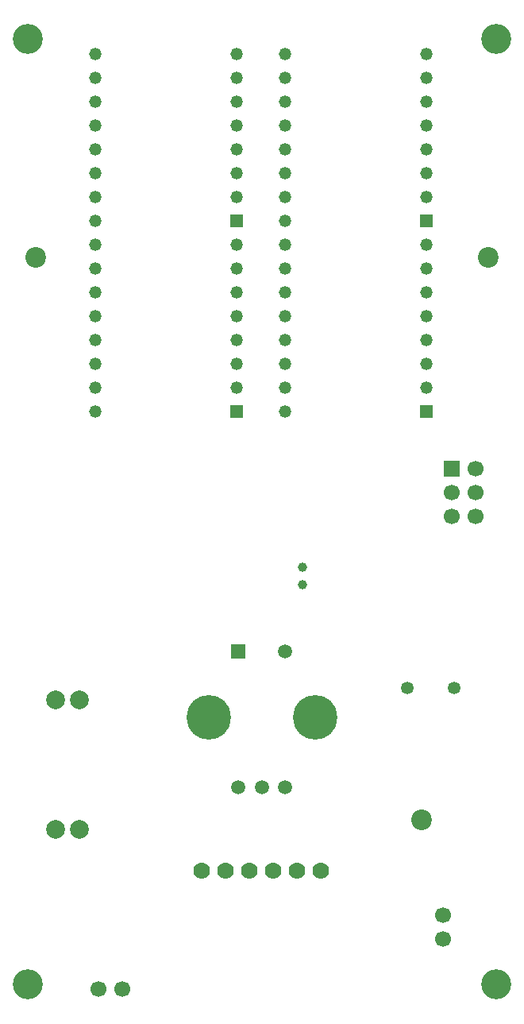
<source format=gbr>
%TF.GenerationSoftware,KiCad,Pcbnew,9.0.0*%
%TF.CreationDate,2025-05-13T23:13:56+02:00*%
%TF.ProjectId,kitchen_timer-hardware,6b697463-6865-46e5-9f74-696d65722d68,rev?*%
%TF.SameCoordinates,Original*%
%TF.FileFunction,Soldermask,Bot*%
%TF.FilePolarity,Negative*%
%FSLAX46Y46*%
G04 Gerber Fmt 4.6, Leading zero omitted, Abs format (unit mm)*
G04 Created by KiCad (PCBNEW 9.0.0) date 2025-05-13 23:13:56*
%MOMM*%
%LPD*%
G01*
G04 APERTURE LIST*
%ADD10R,1.700000X1.700000*%
%ADD11C,1.700000*%
%ADD12C,2.200000*%
%ADD13R,1.320000X1.320000*%
%ADD14C,1.320000*%
%ADD15C,3.200000*%
%ADD16C,1.350000*%
%ADD17C,1.000000*%
%ADD18R,1.500000X1.500000*%
%ADD19C,1.500000*%
%ADD20C,4.740000*%
%ADD21C,2.000000*%
%ADD22C,1.778000*%
G04 APERTURE END LIST*
D10*
%TO.C,J3*%
X177270400Y-78755000D03*
D11*
X179810400Y-78755000D03*
X177270400Y-81295000D03*
X179810400Y-81295000D03*
X177270400Y-83835000D03*
X179810400Y-83835000D03*
%TD*%
D12*
%TO.C,H2*%
X132873000Y-56237200D03*
%TD*%
D13*
%TO.C,U14*%
X154273000Y-52350000D03*
D14*
X154273000Y-49810000D03*
X154273000Y-47270000D03*
X154273000Y-44730000D03*
X154273000Y-42190000D03*
X154273000Y-39650000D03*
X154273000Y-37110000D03*
X154273000Y-34570000D03*
X139253000Y-34570000D03*
X139253000Y-37110000D03*
X139253000Y-39650000D03*
X139253000Y-42190000D03*
X139253000Y-44730000D03*
X139253000Y-47270000D03*
X139253000Y-49810000D03*
X139253000Y-52350000D03*
%TD*%
D15*
%TO.C,H6*%
X182000000Y-133714400D03*
%TD*%
D13*
%TO.C,U13*%
X174527000Y-52350000D03*
D14*
X174527000Y-49810000D03*
X174527000Y-47270000D03*
X174527000Y-44730000D03*
X174527000Y-42190000D03*
X174527000Y-39650000D03*
X174527000Y-37110000D03*
X174527000Y-34570000D03*
X159507000Y-34570000D03*
X159507000Y-37110000D03*
X159507000Y-39650000D03*
X159507000Y-42190000D03*
X159507000Y-44730000D03*
X159507000Y-47270000D03*
X159507000Y-49810000D03*
X159507000Y-52350000D03*
%TD*%
D16*
%TO.C,LS1*%
X172495200Y-102108000D03*
X177495200Y-102108000D03*
%TD*%
D17*
%TO.C,Y1*%
X161290000Y-91134000D03*
X161290000Y-89234000D03*
%TD*%
D12*
%TO.C,H1*%
X181127000Y-56237200D03*
%TD*%
D15*
%TO.C,H4*%
X182000000Y-32940000D03*
%TD*%
D13*
%TO.C,U12*%
X154273000Y-72604000D03*
D14*
X154273000Y-70064000D03*
X154273000Y-67524000D03*
X154273000Y-64984000D03*
X154273000Y-62444000D03*
X154273000Y-59904000D03*
X154273000Y-57364000D03*
X154273000Y-54824000D03*
X139253000Y-54824000D03*
X139253000Y-57364000D03*
X139253000Y-59904000D03*
X139253000Y-62444000D03*
X139253000Y-64984000D03*
X139253000Y-67524000D03*
X139253000Y-70064000D03*
X139253000Y-72604000D03*
%TD*%
D18*
%TO.C,U6*%
X154500000Y-98195200D03*
D19*
X159500000Y-98195200D03*
X154500000Y-112695200D03*
X159500000Y-112695200D03*
X157000000Y-112695200D03*
D20*
X151300000Y-105195200D03*
X162700000Y-105195200D03*
%TD*%
D12*
%TO.C,H7*%
X174040000Y-116184000D03*
%TD*%
D13*
%TO.C,U11*%
X174527000Y-72604000D03*
D14*
X174527000Y-70064000D03*
X174527000Y-67524000D03*
X174527000Y-64984000D03*
X174527000Y-62444000D03*
X174527000Y-59904000D03*
X174527000Y-57364000D03*
X174527000Y-54824000D03*
X159507000Y-54824000D03*
X159507000Y-57364000D03*
X159507000Y-59904000D03*
X159507000Y-62444000D03*
X159507000Y-64984000D03*
X159507000Y-67524000D03*
X159507000Y-70064000D03*
X159507000Y-72604000D03*
%TD*%
D15*
%TO.C,H5*%
X132000000Y-133714400D03*
%TD*%
%TO.C,H3*%
X132000000Y-32940000D03*
%TD*%
D21*
%TO.C,U3*%
X137540000Y-117184000D03*
X135000000Y-117184000D03*
X137540000Y-103384000D03*
X135000000Y-103384000D03*
%TD*%
D11*
%TO.C,J2*%
X142085200Y-134148800D03*
X139545200Y-134148800D03*
%TD*%
D22*
%TO.C,U1*%
X163250125Y-121609400D03*
X160710125Y-121609400D03*
X158170125Y-121609400D03*
X155630125Y-121609400D03*
X153090125Y-121609400D03*
X150550125Y-121609400D03*
%TD*%
D11*
%TO.C,J1*%
X176352800Y-126280400D03*
X176352800Y-128820400D03*
%TD*%
M02*

</source>
